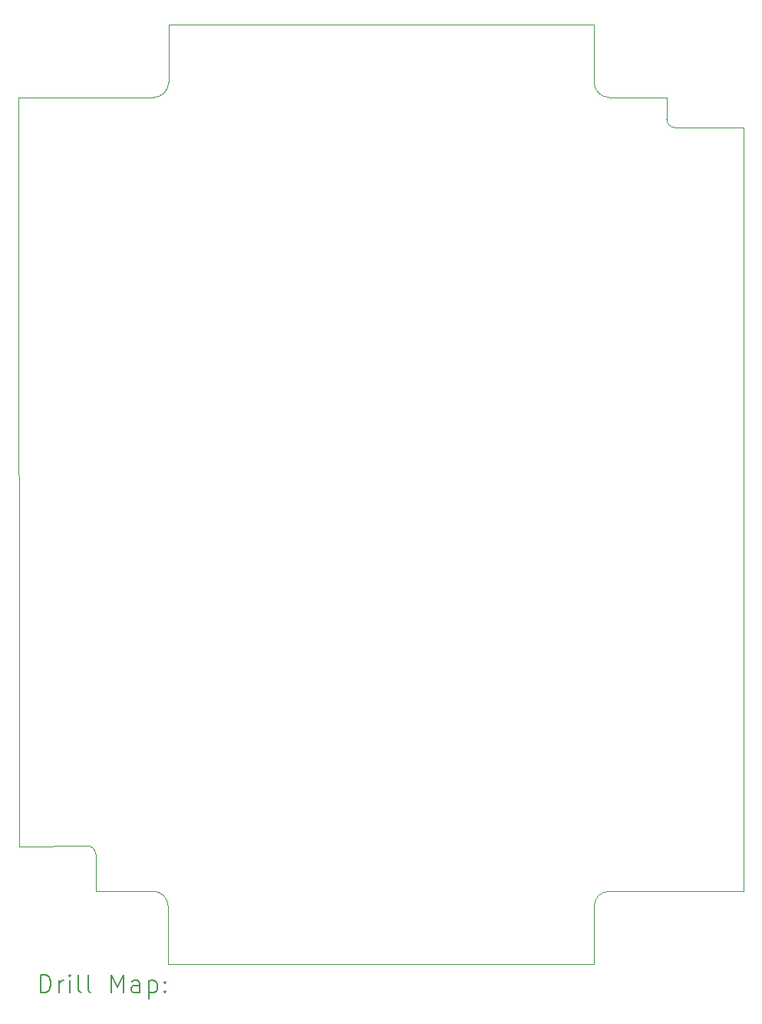
<source format=gbr>
%TF.GenerationSoftware,KiCad,Pcbnew,7.0.1-0*%
%TF.CreationDate,2023-03-19T01:46:27-04:00*%
%TF.ProjectId,new-solar-cell-burn-wire,6e65772d-736f-46c6-9172-2d63656c6c2d,2*%
%TF.SameCoordinates,Original*%
%TF.FileFunction,Drillmap*%
%TF.FilePolarity,Positive*%
%FSLAX45Y45*%
G04 Gerber Fmt 4.5, Leading zero omitted, Abs format (unit mm)*
G04 Created by KiCad (PCBNEW 7.0.1-0) date 2023-03-19 01:46:27*
%MOMM*%
%LPD*%
G01*
G04 APERTURE LIST*
%ADD10C,0.100000*%
%ADD11C,0.200000*%
G04 APERTURE END LIST*
D10*
X13560000Y-14225000D02*
X8860000Y-14225000D01*
X14360000Y-4675000D02*
X14360000Y-4916130D01*
X15210000Y-5010000D02*
X15210000Y-13425000D01*
X8060567Y-13015036D02*
G75*
G03*
X7966933Y-12925000I-93657J-3694D01*
G01*
X13560000Y-14225000D02*
X13560000Y-13590000D01*
X8700000Y-4675000D02*
G75*
G03*
X8865000Y-4510000I0J165000D01*
G01*
X14360004Y-4916130D02*
G75*
G03*
X14454946Y-5010000I99096J5280D01*
G01*
X13725000Y-13425000D02*
G75*
G03*
X13560000Y-13590000I0J-165000D01*
G01*
X15210000Y-13425000D02*
X13725000Y-13425000D01*
X8860000Y-13590000D02*
X8860000Y-14225000D01*
X13560000Y-4510000D02*
X13560000Y-3875000D01*
X7210000Y-4675000D02*
X8700000Y-4675000D01*
X8860000Y-13590000D02*
G75*
G03*
X8695000Y-13425000I-165000J0D01*
G01*
X7966933Y-12925000D02*
X7220000Y-12930000D01*
X8695000Y-13425000D02*
X8060000Y-13425000D01*
X8060000Y-13425000D02*
X8060573Y-13015036D01*
X13560000Y-4510000D02*
G75*
G03*
X13725000Y-4675000I165000J0D01*
G01*
X8865000Y-3875000D02*
X13560000Y-3875000D01*
X7220000Y-12930000D02*
X7210000Y-4675000D01*
X15210000Y-5010000D02*
X14454946Y-5010000D01*
X8865000Y-3875000D02*
X8865000Y-4510000D01*
X13725000Y-4675000D02*
X14360000Y-4675000D01*
D11*
X7452619Y-14542524D02*
X7452619Y-14342524D01*
X7452619Y-14342524D02*
X7500238Y-14342524D01*
X7500238Y-14342524D02*
X7528809Y-14352048D01*
X7528809Y-14352048D02*
X7547857Y-14371095D01*
X7547857Y-14371095D02*
X7557381Y-14390143D01*
X7557381Y-14390143D02*
X7566905Y-14428238D01*
X7566905Y-14428238D02*
X7566905Y-14456809D01*
X7566905Y-14456809D02*
X7557381Y-14494905D01*
X7557381Y-14494905D02*
X7547857Y-14513952D01*
X7547857Y-14513952D02*
X7528809Y-14533000D01*
X7528809Y-14533000D02*
X7500238Y-14542524D01*
X7500238Y-14542524D02*
X7452619Y-14542524D01*
X7652619Y-14542524D02*
X7652619Y-14409190D01*
X7652619Y-14447286D02*
X7662143Y-14428238D01*
X7662143Y-14428238D02*
X7671667Y-14418714D01*
X7671667Y-14418714D02*
X7690714Y-14409190D01*
X7690714Y-14409190D02*
X7709762Y-14409190D01*
X7776428Y-14542524D02*
X7776428Y-14409190D01*
X7776428Y-14342524D02*
X7766905Y-14352048D01*
X7766905Y-14352048D02*
X7776428Y-14361571D01*
X7776428Y-14361571D02*
X7785952Y-14352048D01*
X7785952Y-14352048D02*
X7776428Y-14342524D01*
X7776428Y-14342524D02*
X7776428Y-14361571D01*
X7900238Y-14542524D02*
X7881190Y-14533000D01*
X7881190Y-14533000D02*
X7871667Y-14513952D01*
X7871667Y-14513952D02*
X7871667Y-14342524D01*
X8005000Y-14542524D02*
X7985952Y-14533000D01*
X7985952Y-14533000D02*
X7976428Y-14513952D01*
X7976428Y-14513952D02*
X7976428Y-14342524D01*
X8233571Y-14542524D02*
X8233571Y-14342524D01*
X8233571Y-14342524D02*
X8300238Y-14485381D01*
X8300238Y-14485381D02*
X8366905Y-14342524D01*
X8366905Y-14342524D02*
X8366905Y-14542524D01*
X8547857Y-14542524D02*
X8547857Y-14437762D01*
X8547857Y-14437762D02*
X8538333Y-14418714D01*
X8538333Y-14418714D02*
X8519286Y-14409190D01*
X8519286Y-14409190D02*
X8481190Y-14409190D01*
X8481190Y-14409190D02*
X8462143Y-14418714D01*
X8547857Y-14533000D02*
X8528810Y-14542524D01*
X8528810Y-14542524D02*
X8481190Y-14542524D01*
X8481190Y-14542524D02*
X8462143Y-14533000D01*
X8462143Y-14533000D02*
X8452619Y-14513952D01*
X8452619Y-14513952D02*
X8452619Y-14494905D01*
X8452619Y-14494905D02*
X8462143Y-14475857D01*
X8462143Y-14475857D02*
X8481190Y-14466333D01*
X8481190Y-14466333D02*
X8528810Y-14466333D01*
X8528810Y-14466333D02*
X8547857Y-14456809D01*
X8643095Y-14409190D02*
X8643095Y-14609190D01*
X8643095Y-14418714D02*
X8662143Y-14409190D01*
X8662143Y-14409190D02*
X8700238Y-14409190D01*
X8700238Y-14409190D02*
X8719286Y-14418714D01*
X8719286Y-14418714D02*
X8728810Y-14428238D01*
X8728810Y-14428238D02*
X8738333Y-14447286D01*
X8738333Y-14447286D02*
X8738333Y-14504428D01*
X8738333Y-14504428D02*
X8728810Y-14523476D01*
X8728810Y-14523476D02*
X8719286Y-14533000D01*
X8719286Y-14533000D02*
X8700238Y-14542524D01*
X8700238Y-14542524D02*
X8662143Y-14542524D01*
X8662143Y-14542524D02*
X8643095Y-14533000D01*
X8824048Y-14523476D02*
X8833571Y-14533000D01*
X8833571Y-14533000D02*
X8824048Y-14542524D01*
X8824048Y-14542524D02*
X8814524Y-14533000D01*
X8814524Y-14533000D02*
X8824048Y-14523476D01*
X8824048Y-14523476D02*
X8824048Y-14542524D01*
X8824048Y-14418714D02*
X8833571Y-14428238D01*
X8833571Y-14428238D02*
X8824048Y-14437762D01*
X8824048Y-14437762D02*
X8814524Y-14428238D01*
X8814524Y-14428238D02*
X8824048Y-14418714D01*
X8824048Y-14418714D02*
X8824048Y-14437762D01*
M02*

</source>
